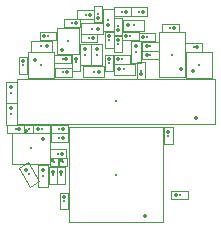
<source format=gbr>
%TF.GenerationSoftware,KiCad,Pcbnew,(6.0.0)*%
%TF.CreationDate,2022-12-05T09:42:48-05:00*%
%TF.ProjectId,headstage-16stim,68656164-7374-4616-9765-2d3136737469,A*%
%TF.SameCoordinates,Original*%
%TF.FileFunction,Component,L6,Bot*%
%TF.FilePolarity,Positive*%
%FSLAX46Y46*%
G04 Gerber Fmt 4.6, Leading zero omitted, Abs format (unit mm)*
G04 Created by KiCad (PCBNEW (6.0.0)) date 2022-12-05 09:42:48*
%MOMM*%
%LPD*%
G01*
G04 APERTURE LIST*
%TA.AperFunction,ComponentMain*%
%ADD10C,0.300000*%
%TD*%
%TA.AperFunction,ComponentOutline,Courtyard*%
%ADD11C,0.100000*%
%TD*%
%TA.AperFunction,ComponentPin*%
%ADD12P,0.360000X4X0.000000*%
%TD*%
%TA.AperFunction,ComponentPin*%
%ADD13C,0.000000*%
%TD*%
G04 APERTURE END LIST*
D10*
%TO.C,"C24"*%
%TO.CFtp,"C_0201_0603Metric"*%
%TO.CVal,"0.1uF"*%
%TO.CLbN,"Capacitor_SMD"*%
%TO.CMnt,SMD*%
%TO.CRot,-90*%
X115610000Y-58930000D03*
D11*
X115959999Y-59629999D02*
X115260001Y-59629999D01*
X115260001Y-58230001D01*
X115959999Y-58230001D01*
X115959999Y-59629999D01*
D12*
%TO.P,"C24","1"*%
X115610000Y-58610000D03*
D13*
%TO.P,"C24","2"*%
X115610000Y-59250000D03*
%TD*%
D10*
%TO.C,"C27"*%
%TO.CFtp,"C_0201_0603Metric"*%
%TO.CVal,"0.1uF"*%
%TO.CLbN,"Capacitor_SMD"*%
%TO.CMnt,SMD*%
%TO.CRot,180*%
X118700000Y-65050000D03*
D11*
X119399999Y-65399999D02*
X118000001Y-65399999D01*
X118000001Y-64700001D01*
X119399999Y-64700001D01*
X119399999Y-65399999D01*
D12*
%TO.P,"C27","1"*%
X119020000Y-65050000D03*
D13*
%TO.P,"C27","2"*%
X118380000Y-65050000D03*
%TD*%
D10*
%TO.C,"R13"*%
%TO.CFtp,"R_0201_0603Metric"*%
%TO.CVal,"0"*%
%TO.CLbN,"Resistor_SMD"*%
%TO.CMnt,SMD*%
%TO.CRot,0*%
X128900000Y-69940000D03*
D11*
X129599999Y-70289999D02*
X128200001Y-70289999D01*
X128200001Y-69590001D01*
X129599999Y-69590001D01*
X129599999Y-70289999D01*
D12*
%TO.P,"R13","1"*%
X128580000Y-69940000D03*
D13*
%TO.P,"R13","2"*%
X129220000Y-69940000D03*
%TD*%
D10*
%TO.C,"R16"*%
%TO.CFtp,"R_0201_0603Metric"*%
%TO.CVal,"15k"*%
%TO.CLbN,"Resistor_SMD"*%
%TO.CMnt,SMD*%
%TO.CRot,0*%
X117740000Y-56450000D03*
D11*
X118439999Y-56799999D02*
X117040001Y-56799999D01*
X117040001Y-56100001D01*
X118439999Y-56100001D01*
X118439999Y-56799999D01*
D12*
%TO.P,"R16","1"*%
X117420000Y-56450000D03*
D13*
%TO.P,"R16","2"*%
X118060000Y-56450000D03*
%TD*%
D10*
%TO.C,"C65"*%
%TO.CFtp,"C_0201_0603Metric"*%
%TO.CVal,"1uF"*%
%TO.CLbN,"Capacitor_SMD"*%
%TO.CMnt,SMD*%
%TO.CRot,-90*%
X118870000Y-68260000D03*
D11*
X119219999Y-68959999D02*
X118520001Y-68959999D01*
X118520001Y-67560001D01*
X119219999Y-67560001D01*
X119219999Y-68959999D01*
D12*
%TO.P,"C65","1"*%
X118870000Y-67940000D03*
D13*
%TO.P,"C65","2"*%
X118870000Y-68580000D03*
%TD*%
D10*
%TO.C,"C43"*%
%TO.CFtp,"C_0201_0603Metric"*%
%TO.CVal,"0.1uF"*%
%TO.CLbN,"Capacitor_SMD"*%
%TO.CMnt,SMD*%
%TO.CRot,-90*%
X123643576Y-57123576D03*
D11*
X123993575Y-57823575D02*
X123293577Y-57823575D01*
X123293577Y-56423577D01*
X123993575Y-56423577D01*
X123993575Y-57823575D01*
D12*
%TO.P,"C43","1"*%
X123643576Y-56803576D03*
D13*
%TO.P,"C43","2"*%
X123643576Y-57443576D03*
%TD*%
D10*
%TO.C,"C28"*%
%TO.CFtp,"C_0201_0603Metric"*%
%TO.CVal,"10nF"*%
%TO.CLbN,"Capacitor_SMD"*%
%TO.CMnt,SMD*%
%TO.CRot,180*%
X118700000Y-64350000D03*
D11*
X119399999Y-64699999D02*
X118000001Y-64699999D01*
X118000001Y-64000001D01*
X119399999Y-64000001D01*
X119399999Y-64699999D01*
D12*
%TO.P,"C28","1"*%
X119020000Y-64350000D03*
D13*
%TO.P,"C28","2"*%
X118380000Y-64350000D03*
%TD*%
D10*
%TO.C,"C52"*%
%TO.CFtp,"C_0402_1005Metric"*%
%TO.CVal,"1uF"*%
%TO.CLbN,"Capacitor_SMD"*%
%TO.CMnt,SMD*%
%TO.CRot,90*%
X122838576Y-55083576D03*
D11*
X123298575Y-55993575D02*
X122378577Y-55993575D01*
X122378577Y-54173577D01*
X123298575Y-54173577D01*
X123298575Y-55993575D01*
D12*
%TO.P,"C52","1"*%
X122838576Y-55563576D03*
D13*
%TO.P,"C52","2"*%
X122838576Y-54603576D03*
%TD*%
D10*
%TO.C,"C54"*%
%TO.CFtp,"C_0402_1005Metric"*%
%TO.CVal,"2.2uF"*%
%TO.CLbN,"Capacitor_SMD"*%
%TO.CMnt,SMD*%
%TO.CRot,180*%
X121610000Y-59490000D03*
D11*
X122519999Y-59949999D02*
X120700001Y-59949999D01*
X120700001Y-59030001D01*
X122519999Y-59030001D01*
X122519999Y-59949999D01*
D12*
%TO.P,"C54","1"*%
X122090000Y-59490000D03*
D13*
%TO.P,"C54","2"*%
X121130000Y-59490000D03*
%TD*%
D10*
%TO.C,"U2"*%
%TO.CFtp,"TRIAD_BGA-9_3x3_1.7x1.7mm"*%
%TO.CVal,"TS4231"*%
%TO.CLbN,"jonnew"*%
%TO.CMnt,SMD*%
%TO.CRot,-90*%
X117113576Y-58950000D03*
D11*
X118213575Y-60049999D02*
X116013577Y-60049999D01*
X116013577Y-57850001D01*
X118213575Y-57850001D01*
X118213575Y-60049999D01*
D12*
%TO.P,"U2","A1","AVDD"*%
X116613576Y-58450000D03*
D13*
%TO.P,"U2","A2","IIN+"*%
X116613576Y-58950000D03*
%TO.P,"U2","A3","IIN-"*%
X116613576Y-59450000D03*
%TO.P,"U2","B1","RBIAS"*%
X117113576Y-58450000D03*
%TO.P,"U2","B2","AVSS"*%
X117113576Y-58950000D03*
%TO.P,"U2","B3","AVSS"*%
X117113576Y-59450000D03*
%TO.P,"U2","C1","D/CFGDATA"*%
X117613576Y-58450000D03*
%TO.P,"U2","C2","E/CFGCLK"*%
X117613576Y-58950000D03*
%TO.P,"U2","C3","DVDD"*%
X117613576Y-59450000D03*
%TD*%
D10*
%TO.C,"U11"*%
%TO.CFtp,"WINBOND_USON8-2x3x0.6"*%
%TO.CVal,"W25Q80EWUXIE"*%
%TO.CLbN,"jonnew"*%
%TO.CMnt,SMD*%
%TO.CRot,90*%
X128263576Y-58033576D03*
D11*
X129363575Y-59933575D02*
X127163577Y-59933575D01*
X127163577Y-56133577D01*
X129363575Y-56133577D01*
X129363575Y-59933575D01*
D12*
%TO.P,"U11","1","~{CS}"*%
X129013576Y-59283576D03*
D13*
%TO.P,"U11","2","DO/IO_{1}"*%
X128513576Y-59283576D03*
%TO.P,"U11","3","~{WP}/IO_{2}"*%
X128013576Y-59283576D03*
%TO.P,"U11","4","GND"*%
X127513576Y-59283576D03*
%TO.P,"U11","5","DI/IO_{0}"*%
X127513576Y-56783576D03*
%TO.P,"U11","6","CLK"*%
X128013576Y-56783576D03*
%TO.P,"U11","7","~{HOLD}/IO_{3}"*%
X128513576Y-56783576D03*
%TO.P,"U11","8","VCC"*%
X129013576Y-56783576D03*
%TO.P,"U11","9","GND"*%
X128263576Y-58033576D03*
%TD*%
D10*
%TO.C,"R2"*%
%TO.CFtp,"R_0201_0603Metric"*%
%TO.CVal,"1k"*%
%TO.CLbN,"Resistor_SMD"*%
%TO.CMnt,SMD*%
%TO.CRot,180*%
X124038576Y-54383576D03*
D11*
X124738575Y-54733575D02*
X123338577Y-54733575D01*
X123338577Y-54033577D01*
X124738575Y-54033577D01*
X124738575Y-54733575D01*
D12*
%TO.P,"R2","1"*%
X124358576Y-54383576D03*
D13*
%TO.P,"R2","2"*%
X123718576Y-54383576D03*
%TD*%
D10*
%TO.C,"C55"*%
%TO.CFtp,"C_0402_1005Metric"*%
%TO.CVal,"2.2uF"*%
%TO.CLbN,"Capacitor_SMD"*%
%TO.CMnt,SMD*%
%TO.CRot,0*%
X124993576Y-55533576D03*
D11*
X125903575Y-55993575D02*
X124083577Y-55993575D01*
X124083577Y-55073577D01*
X125903575Y-55073577D01*
X125903575Y-55993575D01*
D12*
%TO.P,"C55","1"*%
X124513576Y-55533576D03*
D13*
%TO.P,"C55","2"*%
X125473576Y-55533576D03*
%TD*%
D10*
%TO.C,"L10"*%
%TO.CFtp,"L_0201_0603Metric"*%
%TO.CVal,"BLM03PX121SN1D"*%
%TO.CLbN,"Inductor_SMD"*%
%TO.CMnt,SMD*%
%TO.CRot,-90*%
X120113576Y-58683576D03*
D11*
X120463575Y-59383575D02*
X119763577Y-59383575D01*
X119763577Y-57983577D01*
X120463575Y-57983577D01*
X120463575Y-59383575D01*
D12*
%TO.P,"L10","1","1"*%
X120113576Y-58363576D03*
D13*
%TO.P,"L10","2","2"*%
X120113576Y-59003576D03*
%TD*%
D10*
%TO.C,"L13"*%
%TO.CFtp,"L_0201_0603Metric"*%
%TO.CVal,"BLM03PX121SN1D"*%
%TO.CLbN,"Inductor_SMD"*%
%TO.CMnt,SMD*%
%TO.CRot,180*%
X119038576Y-59533576D03*
D11*
X119738575Y-59883575D02*
X118338577Y-59883575D01*
X118338577Y-59183577D01*
X119738575Y-59183577D01*
X119738575Y-59883575D01*
D12*
%TO.P,"L13","1","1"*%
X119358576Y-59533576D03*
D13*
%TO.P,"L13","2","2"*%
X118718576Y-59533576D03*
%TD*%
D10*
%TO.C,"R22"*%
%TO.CFtp,"R_0201_0603Metric"*%
%TO.CVal,"4.7k"*%
%TO.CLbN,"Resistor_SMD"*%
%TO.CMnt,SMD*%
%TO.CRot,0*%
X126413576Y-58033576D03*
D11*
X127113575Y-58383575D02*
X125713577Y-58383575D01*
X125713577Y-57683577D01*
X127113575Y-57683577D01*
X127113575Y-58383575D01*
D12*
%TO.P,"R22","1"*%
X126093576Y-58033576D03*
D13*
%TO.P,"R22","2"*%
X126733576Y-58033576D03*
%TD*%
D10*
%TO.C,"C45"*%
%TO.CFtp,"C_0201_0603Metric"*%
%TO.CVal,"0.1uF"*%
%TO.CLbN,"Capacitor_SMD"*%
%TO.CMnt,SMD*%
%TO.CRot,0*%
X124013576Y-58433576D03*
D11*
X124713575Y-58783575D02*
X123313577Y-58783575D01*
X123313577Y-58083577D01*
X124713575Y-58083577D01*
X124713575Y-58783575D01*
D12*
%TO.P,"C45","1"*%
X123693576Y-58433576D03*
D13*
%TO.P,"C45","2"*%
X124333576Y-58433576D03*
%TD*%
D10*
%TO.C,"L16"*%
%TO.CFtp,"L_0201_0603Metric"*%
%TO.CVal,"BLM03PX121SN1D"*%
%TO.CLbN,"Inductor_SMD"*%
%TO.CMnt,SMD*%
%TO.CRot,180*%
X119763576Y-55383576D03*
D11*
X120463575Y-55733575D02*
X119063577Y-55733575D01*
X119063577Y-55033577D01*
X120463575Y-55033577D01*
X120463575Y-55733575D01*
D12*
%TO.P,"L16","1","1"*%
X120083576Y-55383576D03*
D13*
%TO.P,"L16","2","2"*%
X119443576Y-55383576D03*
%TD*%
D10*
%TO.C,"C66"*%
%TO.CFtp,"C_0201_0603Metric"*%
%TO.CVal,"2.2uF"*%
%TO.CLbN,"Capacitor_SMD"*%
%TO.CMnt,SMD*%
%TO.CRot,180*%
X118600000Y-66410000D03*
D11*
X119299999Y-66759999D02*
X117900001Y-66759999D01*
X117900001Y-66060001D01*
X119299999Y-66060001D01*
X119299999Y-66759999D01*
D12*
%TO.P,"C66","1"*%
X118920000Y-66410000D03*
D13*
%TO.P,"C66","2"*%
X118280000Y-66410000D03*
%TD*%
D10*
%TO.C,"C23"*%
%TO.CFtp,"C_0402_1005Metric"*%
%TO.CVal,"1uF"*%
%TO.CLbN,"Capacitor_SMD"*%
%TO.CMnt,SMD*%
%TO.CRot,180*%
X117180000Y-57320000D03*
D11*
X118089999Y-57779999D02*
X116270001Y-57779999D01*
X116270001Y-56860001D01*
X118089999Y-56860001D01*
X118089999Y-57779999D01*
D12*
%TO.P,"C23","1"*%
X117660000Y-57320000D03*
D13*
%TO.P,"C23","2"*%
X116700000Y-57320000D03*
%TD*%
D10*
%TO.C,"C57"*%
%TO.CFtp,"C_0402_1005Metric"*%
%TO.CVal,"2.2uF"*%
%TO.CLbN,"Capacitor_SMD"*%
%TO.CMnt,SMD*%
%TO.CRot,-90*%
X120913576Y-58040000D03*
D11*
X121373575Y-58949999D02*
X120453577Y-58949999D01*
X120453577Y-57130001D01*
X121373575Y-57130001D01*
X121373575Y-58949999D01*
D12*
%TO.P,"C57","1"*%
X120913576Y-57560000D03*
D13*
%TO.P,"C57","2"*%
X120913576Y-58520000D03*
%TD*%
D10*
%TO.C,"C49"*%
%TO.CFtp,"C_0201_0603Metric"*%
%TO.CVal,"0.1uF"*%
%TO.CLbN,"Capacitor_SMD"*%
%TO.CMnt,SMD*%
%TO.CRot,180*%
X121238576Y-56633576D03*
D11*
X121938575Y-56983575D02*
X120538577Y-56983575D01*
X120538577Y-56283577D01*
X121938575Y-56283577D01*
X121938575Y-56983575D01*
D12*
%TO.P,"C49","1"*%
X121558576Y-56633576D03*
D13*
%TO.P,"C49","2"*%
X120918576Y-56633576D03*
%TD*%
D10*
%TO.C,"C37"*%
%TO.CFtp,"C_0402_1005Metric"*%
%TO.CVal,"4.7uF"*%
%TO.CLbN,"Capacitor_SMD"*%
%TO.CMnt,SMD*%
%TO.CRot,-90*%
X117330000Y-68300000D03*
D11*
X117789999Y-69209999D02*
X116870001Y-69209999D01*
X116870001Y-67390001D01*
X117789999Y-67390001D01*
X117789999Y-69209999D01*
D12*
%TO.P,"C37","1"*%
X117330000Y-67820000D03*
D13*
%TO.P,"C37","2"*%
X117330000Y-68780000D03*
%TD*%
D10*
%TO.C,"C47"*%
%TO.CFtp,"C_0201_0603Metric"*%
%TO.CVal,"0.1uF"*%
%TO.CLbN,"Capacitor_SMD"*%
%TO.CMnt,SMD*%
%TO.CRot,0*%
X124713576Y-56433576D03*
D11*
X125413575Y-56783575D02*
X124013577Y-56783575D01*
X124013577Y-56083577D01*
X125413575Y-56083577D01*
X125413575Y-56783575D01*
D12*
%TO.P,"C47","1"*%
X124393576Y-56433576D03*
D13*
%TO.P,"C47","2"*%
X125033576Y-56433576D03*
%TD*%
D10*
%TO.C,"C51"*%
%TO.CFtp,"C_0402_1005Metric"*%
%TO.CVal,"1uF"*%
%TO.CLbN,"Capacitor_SMD"*%
%TO.CMnt,SMD*%
%TO.CRot,-90*%
X121863576Y-58030000D03*
D11*
X122323575Y-58939999D02*
X121403577Y-58939999D01*
X121403577Y-57120001D01*
X122323575Y-57120001D01*
X122323575Y-58939999D01*
D12*
%TO.P,"C51","1"*%
X121863576Y-57550000D03*
D13*
%TO.P,"C51","2"*%
X121863576Y-58510000D03*
%TD*%
D10*
%TO.C,"C56"*%
%TO.CFtp,"C_0402_1005Metric"*%
%TO.CVal,"2.2uF"*%
%TO.CLbN,"Capacitor_SMD"*%
%TO.CMnt,SMD*%
%TO.CRot,180*%
X121463576Y-55833576D03*
D11*
X122373575Y-56293575D02*
X120553577Y-56293575D01*
X120553577Y-55373577D01*
X122373575Y-55373577D01*
X122373575Y-56293575D01*
D12*
%TO.P,"C56","1"*%
X121943576Y-55833576D03*
D13*
%TO.P,"C56","2"*%
X120983576Y-55833576D03*
%TD*%
D10*
%TO.C,"C44"*%
%TO.CFtp,"C_0201_0603Metric"*%
%TO.CVal,"0.1uF"*%
%TO.CLbN,"Capacitor_SMD"*%
%TO.CMnt,SMD*%
%TO.CRot,90*%
X123663576Y-55633576D03*
D11*
X124013575Y-56333575D02*
X123313577Y-56333575D01*
X123313577Y-54933577D01*
X124013575Y-54933577D01*
X124013575Y-56333575D01*
D12*
%TO.P,"C44","1"*%
X123663576Y-55953576D03*
D13*
%TO.P,"C44","2"*%
X123663576Y-55313576D03*
%TD*%
D10*
%TO.C,"C48"*%
%TO.CFtp,"C_0201_0603Metric"*%
%TO.CVal,"0.1uF"*%
%TO.CLbN,"Capacitor_SMD"*%
%TO.CMnt,SMD*%
%TO.CRot,-90*%
X122943576Y-56783576D03*
D11*
X123293575Y-57483575D02*
X122593577Y-57483575D01*
X122593577Y-56083577D01*
X123293575Y-56083577D01*
X123293575Y-57483575D01*
D12*
%TO.P,"C48","1"*%
X122943576Y-56463576D03*
D13*
%TO.P,"C48","2"*%
X122943576Y-57103576D03*
%TD*%
D10*
%TO.C,"U10"*%
%TO.CFtp,"ONSEMI_567JZ_WLCSP4-0.64x0.64"*%
%TO.CVal,"NCP163AFCT120T2G"*%
%TO.CLbN,"jonnew"*%
%TO.CMnt,SMD*%
%TO.CRot,-90*%
X118262500Y-67152500D03*
D11*
X118612499Y-67502499D02*
X117912501Y-67502499D01*
X117912501Y-66802501D01*
X118612499Y-66802501D01*
X118612499Y-67502499D01*
D12*
%TO.P,"U10","A1","VIN"*%
X118087500Y-66977500D03*
D13*
%TO.P,"U10","B2","GND"*%
X118437500Y-67327500D03*
%TO.P,"U10","B1","EN"*%
X118437500Y-66977500D03*
%TO.P,"U10","A2","VOUT"*%
X118087500Y-67327500D03*
%TD*%
D10*
%TO.C,"U1"*%
%TO.CFtp,"INTAN_QFN44-7.0x7.0x0.8_P0.5"*%
%TO.CVal,"RHS2116"*%
%TO.CLbN,"jonnew"*%
%TO.CMnt,SMD*%
%TO.CRot,90*%
X123500000Y-68200000D03*
D11*
X127499999Y-72199999D02*
X119500001Y-72199999D01*
X119500001Y-64200001D01*
X127499999Y-64200001D01*
X127499999Y-72199999D01*
D12*
%TO.P,"U1","1","StimGND"*%
X126000000Y-71700000D03*
D13*
%TO.P,"U1","2","SenseGND"*%
X125500000Y-71700000D03*
%TO.P,"U1","3","ElecRef"*%
X125000000Y-71700000D03*
%TO.P,"U1","4","VSSStim"*%
X124500000Y-71700000D03*
%TO.P,"U1","5","VSSStim"*%
X124000000Y-71700000D03*
%TO.P,"U1","6","VDDStim"*%
X123500000Y-71700000D03*
%TO.P,"U1","7","VDDStim"*%
X123000000Y-71700000D03*
%TO.P,"U1","8","GND"*%
X122500000Y-71700000D03*
%TO.P,"U1","9","StimEn"*%
X122000000Y-71700000D03*
%TO.P,"U1","10","AuxOut1"*%
X121500000Y-71700000D03*
%TO.P,"U1","11","AuxOut2"*%
X121000000Y-71700000D03*
%TO.P,"U1","12","AuxOutOD"*%
X120000000Y-70700000D03*
%TO.P,"U1","13","GND"*%
X120000000Y-70200000D03*
%TO.P,"U1","14","~{CS-}"*%
X120000000Y-69700000D03*
%TO.P,"U1","15","~{CS+}"*%
X120000000Y-69200000D03*
%TO.P,"U1","16","SCLK-"*%
X120000000Y-68700000D03*
%TO.P,"U1","17","SCLK+"*%
X120000000Y-68200000D03*
%TO.P,"U1","18","MOSI-"*%
X120000000Y-67700000D03*
%TO.P,"U1","19","MOSI+"*%
X120000000Y-67200000D03*
%TO.P,"U1","20","MISO-"*%
X120000000Y-66700000D03*
%TO.P,"U1","21","MISO+"*%
X120000000Y-66200000D03*
%TO.P,"U1","22","VDD"*%
X120000000Y-65700000D03*
%TO.P,"U1","23","ADCRef"*%
X121000000Y-64700000D03*
%TO.P,"U1","24","GND"*%
X121500000Y-64700000D03*
%TO.P,"U1","25","GND"*%
X122000000Y-64700000D03*
%TO.P,"U1","26","LVDSEn"*%
X122500000Y-64700000D03*
%TO.P,"U1","27","VDD"*%
X123000000Y-64700000D03*
%TO.P,"U1","28","VDD"*%
X123500000Y-64700000D03*
%TO.P,"U1","29","Elec15"*%
X124000000Y-64700000D03*
%TO.P,"U1","30","Elec14"*%
X124500000Y-64700000D03*
%TO.P,"U1","31","Elec13"*%
X125000000Y-64700000D03*
%TO.P,"U1","32","Elec12"*%
X125500000Y-64700000D03*
%TO.P,"U1","33","Elec11"*%
X126000000Y-64700000D03*
%TO.P,"U1","34","Elec10"*%
X127000000Y-65700000D03*
%TO.P,"U1","35","Elec9"*%
X127000000Y-66200000D03*
%TO.P,"U1","36","Elec8"*%
X127000000Y-66700000D03*
%TO.P,"U1","37","Elec7"*%
X127000000Y-67200000D03*
%TO.P,"U1","38","Elec6"*%
X127000000Y-67700000D03*
%TO.P,"U1","39","Elec5"*%
X127000000Y-68200000D03*
%TO.P,"U1","40","Elec4"*%
X127000000Y-68700000D03*
%TO.P,"U1","41","Elec3"*%
X127000000Y-69200000D03*
%TO.P,"U1","42","Elec2"*%
X127000000Y-69700000D03*
%TO.P,"U1","43","Elec1"*%
X127000000Y-70200000D03*
%TO.P,"U1","44","Elec0"*%
X127000000Y-70700000D03*
%TO.P,"U1","45","VSSStim"*%
X125300000Y-68200000D03*
X123500000Y-68200000D03*
X121700000Y-66400000D03*
X123500000Y-70000000D03*
X125300000Y-66400000D03*
X123500000Y-66400000D03*
X121700000Y-68200000D03*
X121700000Y-70000000D03*
X125300000Y-70000000D03*
%TD*%
D10*
%TO.C,"R1"*%
%TO.CFtp,"R_0201_0603Metric"*%
%TO.CVal,"1k"*%
%TO.CLbN,"Resistor_SMD"*%
%TO.CMnt,SMD*%
%TO.CRot,180*%
X125450000Y-54383576D03*
D11*
X126149999Y-54733575D02*
X124750001Y-54733575D01*
X124750001Y-54033577D01*
X126149999Y-54033577D01*
X126149999Y-54733575D01*
D12*
%TO.P,"R1","1"*%
X125770000Y-54383576D03*
D13*
%TO.P,"R1","2"*%
X125130000Y-54383576D03*
%TD*%
D10*
%TO.C,"U5"*%
%TO.CFtp,"ONSEMI_567JZ_WLCSP4-0.64x0.64"*%
%TO.CVal,"NCP163AFCT180T2G"*%
%TO.CLbN,"jonnew"*%
%TO.CMnt,SMD*%
%TO.CRot,-90*%
X119010000Y-67150000D03*
D11*
X119359999Y-67499999D02*
X118660001Y-67499999D01*
X118660001Y-66800001D01*
X119359999Y-66800001D01*
X119359999Y-67499999D01*
D12*
%TO.P,"U5","A1","VIN"*%
X118835000Y-66975000D03*
D13*
%TO.P,"U5","A2","VOUT"*%
X118835000Y-67325000D03*
%TO.P,"U5","B1","EN"*%
X119185000Y-66975000D03*
%TO.P,"U5","B2","GND"*%
X119185000Y-67325000D03*
%TD*%
D10*
%TO.C,"L12"*%
%TO.CFtp,"L_0201_0603Metric"*%
%TO.CVal,"BLM03PX121SN1D"*%
%TO.CLbN,"Inductor_SMD"*%
%TO.CMnt,SMD*%
%TO.CRot,90*%
X125613576Y-59383576D03*
D11*
X125963575Y-60083575D02*
X125263577Y-60083575D01*
X125263577Y-58683577D01*
X125963575Y-58683577D01*
X125963575Y-60083575D01*
D12*
%TO.P,"L12","1","1"*%
X125613576Y-59703576D03*
D13*
%TO.P,"L12","2","2"*%
X125613576Y-59063576D03*
%TD*%
D10*
%TO.C,"C22"*%
%TO.CFtp,"C_0201_0603Metric"*%
%TO.CVal,"0.1uF"*%
%TO.CLbN,"Capacitor_SMD"*%
%TO.CMnt,SMD*%
%TO.CRot,-90*%
X127940000Y-64900000D03*
D11*
X128289999Y-65599999D02*
X127590001Y-65599999D01*
X127590001Y-64200001D01*
X128289999Y-64200001D01*
X128289999Y-65599999D01*
D12*
%TO.P,"C22","1"*%
X127940000Y-64580000D03*
D13*
%TO.P,"C22","2"*%
X127940000Y-65220000D03*
%TD*%
D10*
%TO.C,"C69"*%
%TO.CFtp,"C_0201_0603Metric"*%
%TO.CVal,"1uF"*%
%TO.CLbN,"Capacitor_SMD"*%
%TO.CMnt,SMD*%
%TO.CRot,-90*%
X118170000Y-68260000D03*
D11*
X118519999Y-68959999D02*
X117820001Y-68959999D01*
X117820001Y-67560001D01*
X118519999Y-67560001D01*
X118519999Y-68959999D01*
D12*
%TO.P,"C69","1"*%
X118170000Y-67940000D03*
D13*
%TO.P,"C69","2"*%
X118170000Y-68580000D03*
%TD*%
D10*
%TO.C,"C67"*%
%TO.CFtp,"C_0201_0603Metric"*%
%TO.CVal,"1uF"*%
%TO.CLbN,"Capacitor_SMD"*%
%TO.CMnt,SMD*%
%TO.CRot,0*%
X117200000Y-64300000D03*
D11*
X117899999Y-64649999D02*
X116500001Y-64649999D01*
X116500001Y-63950001D01*
X117899999Y-63950001D01*
X117899999Y-64649999D01*
D12*
%TO.P,"C67","1"*%
X116880000Y-64300000D03*
D13*
%TO.P,"C67","2"*%
X117520000Y-64300000D03*
%TD*%
D10*
%TO.C,"C42"*%
%TO.CFtp,"C_0201_0603Metric"*%
%TO.CVal,"0.1uF"*%
%TO.CLbN,"Capacitor_SMD"*%
%TO.CMnt,SMD*%
%TO.CRot,180*%
X128100000Y-55760000D03*
D11*
X128799999Y-56109999D02*
X127400001Y-56109999D01*
X127400001Y-55410001D01*
X128799999Y-55410001D01*
X128799999Y-56109999D01*
D12*
%TO.P,"C42","1"*%
X128420000Y-55760000D03*
D13*
%TO.P,"C42","2"*%
X127780000Y-55760000D03*
%TD*%
D10*
%TO.C,"C32"*%
%TO.CFtp,"C_0402_1005Metric"*%
%TO.CVal,"10uF"*%
%TO.CLbN,"Capacitor_SMD"*%
%TO.CMnt,SMD*%
%TO.CRot,-90*%
X114640000Y-61240000D03*
D11*
X115099999Y-62149999D02*
X114180001Y-62149999D01*
X114180001Y-60330001D01*
X115099999Y-60330001D01*
X115099999Y-62149999D01*
D12*
%TO.P,"C32","1"*%
X114640000Y-60760000D03*
D13*
%TO.P,"C32","2"*%
X114640000Y-61720000D03*
%TD*%
D10*
%TO.C,"C58"*%
%TO.CFtp,"C_0201_0603Metric"*%
%TO.CVal,"10nF"*%
%TO.CLbN,"Capacitor_SMD"*%
%TO.CMnt,SMD*%
%TO.CRot,180*%
X118988576Y-58383576D03*
D11*
X119688575Y-58733575D02*
X118288577Y-58733575D01*
X118288577Y-58033577D01*
X119688575Y-58033577D01*
X119688575Y-58733575D01*
D12*
%TO.P,"C58","1"*%
X119308576Y-58383576D03*
D13*
%TO.P,"C58","2"*%
X118668576Y-58383576D03*
%TD*%
D10*
%TO.C,"L11"*%
%TO.CFtp,"L_0201_0603Metric"*%
%TO.CVal,"BLM03PX121SN1D"*%
%TO.CLbN,"Inductor_SMD"*%
%TO.CMnt,SMD*%
%TO.CRot,90*%
X121988576Y-54608576D03*
D11*
X122338575Y-55308575D02*
X121638577Y-55308575D01*
X121638577Y-53908577D01*
X122338575Y-53908577D01*
X122338575Y-55308575D01*
D12*
%TO.P,"L11","1","1"*%
X121988576Y-54928576D03*
D13*
%TO.P,"L11","2","2"*%
X121988576Y-54288576D03*
%TD*%
D10*
%TO.C,"R23"*%
%TO.CFtp,"R_0201_0603Metric"*%
%TO.CVal,"125k\u002C1\u0025"*%
%TO.CLbN,"Resistor_SMD"*%
%TO.CMnt,SMD*%
%TO.CRot,-90*%
X119100000Y-70430000D03*
D11*
X119449999Y-71129999D02*
X118750001Y-71129999D01*
X118750001Y-69730001D01*
X119449999Y-69730001D01*
X119449999Y-71129999D01*
D12*
%TO.P,"R23","1"*%
X119100000Y-70110000D03*
D13*
%TO.P,"R23","2"*%
X119100000Y-70750000D03*
%TD*%
D10*
%TO.C,"U13"*%
%TO.CFtp,"TI_SIP0008B"*%
%TO.CVal,"TPS826951"*%
%TO.CLbN,"jonnew"*%
%TO.CMnt,SMD*%
%TO.CRot,180*%
X116300000Y-65950000D03*
D11*
X117899999Y-67249999D02*
X114700001Y-67249999D01*
X114700001Y-64650001D01*
X117899999Y-64650001D01*
X117899999Y-67249999D01*
D12*
%TO.P,"U13","A1","VOUT"*%
X117299998Y-65149999D03*
D13*
%TO.P,"U13","A2","VIN"*%
X116300000Y-65150000D03*
%TO.P,"U13","A3","VIN"*%
X115300000Y-65150000D03*
%TO.P,"U13","B1","MODE"*%
X117300000Y-65950000D03*
%TO.P,"U13","B2","EN"*%
X116300000Y-65950000D03*
%TO.P,"U13","C1","GND"*%
X117300000Y-66750000D03*
%TO.P,"U13","C2","GND"*%
X116300000Y-66750000D03*
%TO.P,"U13","C3","GND"*%
X115300000Y-66750000D03*
%TD*%
D10*
%TO.C,"C30"*%
%TO.CFtp,"C_0402_1005Metric"*%
%TO.CVal,"0.47uF"*%
%TO.CLbN,"Capacitor_SMD"*%
%TO.CMnt,SMD*%
%TO.CRot,-60*%
X116140000Y-68180000D03*
D11*
X116993371Y-68738082D02*
X116196628Y-69198082D01*
X115286630Y-67621917D01*
X116083372Y-67161918D01*
X116993371Y-68738082D01*
D12*
%TO.P,"C30","1"*%
X115900000Y-67764308D03*
D13*
%TO.P,"C30","2"*%
X116380000Y-68595692D03*
%TD*%
D10*
%TO.C,"L15"*%
%TO.CFtp,"L_0201_0603Metric"*%
%TO.CVal,"BLM03PX121SN1D"*%
%TO.CLbN,"Inductor_SMD"*%
%TO.CMnt,SMD*%
%TO.CRot,180*%
X120943576Y-54643576D03*
D11*
X121643575Y-54993575D02*
X120243577Y-54993575D01*
X120243577Y-54293577D01*
X121643575Y-54293577D01*
X121643575Y-54993575D01*
D12*
%TO.P,"L15","1","1"*%
X121263576Y-54643576D03*
D13*
%TO.P,"L15","2","2"*%
X120623576Y-54643576D03*
%TD*%
D10*
%TO.C,"U6"*%
%TO.CFtp,"TRIAD_BGA-9_3x3_1.7x1.7mm"*%
%TO.CVal,"TS4231"*%
%TO.CLbN,"jonnew"*%
%TO.CMnt,SMD*%
%TO.CRot,0*%
X130510000Y-58883576D03*
D11*
X131609999Y-59983575D02*
X129410001Y-59983575D01*
X129410001Y-57783577D01*
X131609999Y-57783577D01*
X131609999Y-59983575D01*
D12*
%TO.P,"U6","A1","AVDD"*%
X130010000Y-59383576D03*
D13*
%TO.P,"U6","A2","IIN+"*%
X130510000Y-59383576D03*
%TO.P,"U6","A3","IIN-"*%
X131010000Y-59383576D03*
%TO.P,"U6","B1","RBIAS"*%
X130010000Y-58883576D03*
%TO.P,"U6","B2","AVSS"*%
X130510000Y-58883576D03*
%TO.P,"U6","B3","AVSS"*%
X131010000Y-58883576D03*
%TO.P,"U6","C1","D/CFGDATA"*%
X130010000Y-58383576D03*
%TO.P,"U6","C2","E/CFGCLK"*%
X130510000Y-58383576D03*
%TO.P,"U6","C3","DVDD"*%
X131010000Y-58383576D03*
%TD*%
D10*
%TO.C,"C53"*%
%TO.CFtp,"C_0402_1005Metric"*%
%TO.CVal,"2.2uF"*%
%TO.CLbN,"Capacitor_SMD"*%
%TO.CMnt,SMD*%
%TO.CRot,0*%
X124213576Y-59283576D03*
D11*
X125123575Y-59743575D02*
X123303577Y-59743575D01*
X123303577Y-58823577D01*
X125123575Y-58823577D01*
X125123575Y-59743575D01*
D12*
%TO.P,"C53","1"*%
X123733576Y-59283576D03*
D13*
%TO.P,"C53","2"*%
X124693576Y-59283576D03*
%TD*%
D10*
%TO.C,"R26"*%
%TO.CFtp,"R_0201_0603Metric"*%
%TO.CVal,"4.7k"*%
%TO.CLbN,"Resistor_SMD"*%
%TO.CMnt,SMD*%
%TO.CRot,180*%
X130080000Y-57420000D03*
D11*
X130779999Y-57769999D02*
X129380001Y-57769999D01*
X129380001Y-57070001D01*
X130779999Y-57070001D01*
X130779999Y-57769999D01*
D12*
%TO.P,"R26","1"*%
X130400000Y-57420000D03*
D13*
%TO.P,"R26","2"*%
X129760000Y-57420000D03*
%TD*%
D10*
%TO.C,"C50"*%
%TO.CFtp,"C_0402_1005Metric"*%
%TO.CVal,"10uF"*%
%TO.CLbN,"Capacitor_SMD"*%
%TO.CMnt,SMD*%
%TO.CRot,-90*%
X125203576Y-57793576D03*
D11*
X125663575Y-58703575D02*
X124743577Y-58703575D01*
X124743577Y-56883577D01*
X125663575Y-56883577D01*
X125663575Y-58703575D01*
D12*
%TO.P,"C50","1"*%
X125203576Y-57313576D03*
D13*
%TO.P,"C50","2"*%
X125203576Y-58273576D03*
%TD*%
D10*
%TO.C,"J2"*%
%TO.CFtp,"HIROSE_DF40C70DP04V51"*%
%TO.CVal,"DF40C-70DP-0.4V(51)"*%
%TO.CLbN,"jonnew"*%
%TO.CMnt,SMD*%
%TO.CRot,180*%
X123500000Y-62000000D03*
D11*
X131899999Y-63899999D02*
X115100001Y-63899999D01*
X115100001Y-60100001D01*
X131899999Y-60100001D01*
X131899999Y-63899999D01*
D12*
%TO.P,"J2","1","Pin_1"*%
X130300000Y-63355000D03*
D13*
%TO.P,"J2","2","Pin_2"*%
X130300000Y-60645000D03*
%TO.P,"J2","3","Pin_3"*%
X129900000Y-63355000D03*
%TO.P,"J2","4","Pin_4"*%
X129900000Y-60645000D03*
%TO.P,"J2","5","Pin_5"*%
X129500000Y-63355000D03*
%TO.P,"J2","6","Pin_6"*%
X129500000Y-60645000D03*
%TO.P,"J2","7","Pin_7"*%
X129100000Y-63355000D03*
%TO.P,"J2","8","Pin_8"*%
X129100000Y-60645000D03*
%TO.P,"J2","9","Pin_9"*%
X128700000Y-63355000D03*
%TO.P,"J2","10","Pin_10"*%
X128700000Y-60645000D03*
%TO.P,"J2","11","Pin_11"*%
X128300000Y-63355000D03*
%TO.P,"J2","12","Pin_12"*%
X128300000Y-60645000D03*
%TO.P,"J2","13","Pin_13"*%
X127900000Y-63355000D03*
%TO.P,"J2","14","Pin_14"*%
X127900000Y-60645000D03*
%TO.P,"J2","15","Pin_15"*%
X127500000Y-63355000D03*
%TO.P,"J2","16","Pin_16"*%
X127500000Y-60645000D03*
%TO.P,"J2","17","Pin_17"*%
X127100000Y-63355000D03*
%TO.P,"J2","18","Pin_18"*%
X127100000Y-60645000D03*
%TO.P,"J2","19","Pin_19"*%
X126700000Y-63355000D03*
%TO.P,"J2","20","Pin_20"*%
X126700000Y-60645000D03*
%TO.P,"J2","21","Pin_21"*%
X126300000Y-63355000D03*
%TO.P,"J2","22","Pin_22"*%
X126300000Y-60645000D03*
%TO.P,"J2","23","Pin_23"*%
X125900000Y-63355000D03*
%TO.P,"J2","24","Pin_24"*%
X125900000Y-60645000D03*
%TO.P,"J2","25","Pin_25"*%
X125500000Y-63355000D03*
%TO.P,"J2","26","Pin_26"*%
X125500000Y-60645000D03*
%TO.P,"J2","27","Pin_27"*%
X125100000Y-63355000D03*
%TO.P,"J2","28","Pin_28"*%
X125100000Y-60645000D03*
%TO.P,"J2","29","Pin_29"*%
X124700000Y-63355000D03*
%TO.P,"J2","30","Pin_30"*%
X124700000Y-60645000D03*
%TO.P,"J2","31","Pin_31"*%
X124300000Y-63355000D03*
%TO.P,"J2","32","Pin_32"*%
X124300000Y-60645000D03*
%TO.P,"J2","33","Pin_33"*%
X123900000Y-63355000D03*
%TO.P,"J2","34","Pin_34"*%
X123900000Y-60645000D03*
%TO.P,"J2","35","Pin_35"*%
X123500000Y-63355000D03*
%TO.P,"J2","36","Pin_36"*%
X123500000Y-60645000D03*
%TO.P,"J2","37","Pin_37"*%
X123100000Y-63355000D03*
%TO.P,"J2","38","Pin_38"*%
X123100000Y-60645000D03*
%TO.P,"J2","39","Pin_39"*%
X122700000Y-63355000D03*
%TO.P,"J2","40","Pin_40"*%
X122700000Y-60645000D03*
%TO.P,"J2","41","Pin_41"*%
X122300000Y-63355000D03*
%TO.P,"J2","42","Pin_42"*%
X122300000Y-60645000D03*
%TO.P,"J2","43","Pin_43"*%
X121900000Y-63355000D03*
%TO.P,"J2","44","Pin_44"*%
X121900000Y-60645000D03*
%TO.P,"J2","45","Pin_45"*%
X121500000Y-63355000D03*
%TO.P,"J2","46","Pin_46"*%
X121500000Y-60645000D03*
%TO.P,"J2","47","Pin_47"*%
X121100000Y-63355000D03*
%TO.P,"J2","48","Pin_48"*%
X121100000Y-60645000D03*
%TO.P,"J2","49","Pin_49"*%
X120700000Y-63355000D03*
%TO.P,"J2","50","Pin_50"*%
X120700000Y-60645000D03*
%TO.P,"J2","51","Pin_51"*%
X120300000Y-63355000D03*
%TO.P,"J2","52","Pin_52"*%
X120300000Y-60645000D03*
%TO.P,"J2","53","Pin_53"*%
X119900000Y-63355000D03*
%TO.P,"J2","54","Pin_54"*%
X119900000Y-60645000D03*
%TO.P,"J2","55","Pin_55"*%
X119500000Y-63355000D03*
%TO.P,"J2","56","Pin_56"*%
X119500000Y-60645000D03*
%TO.P,"J2","57","Pin_57"*%
X119100000Y-63355000D03*
%TO.P,"J2","58","Pin_58"*%
X119100000Y-60645000D03*
%TO.P,"J2","59","Pin_59"*%
X118700000Y-63355000D03*
%TO.P,"J2","60","Pin_60"*%
X118700000Y-60645000D03*
%TO.P,"J2","61","Pin_61"*%
X118300000Y-63355000D03*
%TO.P,"J2","62","Pin_62"*%
X118300000Y-60645000D03*
%TO.P,"J2","63","Pin_63"*%
X117900000Y-63355000D03*
%TO.P,"J2","64","Pin_64"*%
X117900000Y-60645000D03*
%TO.P,"J2","65","Pin_65"*%
X117500000Y-63355000D03*
%TO.P,"J2","66","Pin_66"*%
X117500000Y-60645000D03*
%TO.P,"J2","67","Pin_67"*%
X117100000Y-63355000D03*
%TO.P,"J2","68","Pin_68"*%
X117100000Y-60645000D03*
%TO.P,"J2","69","Pin_69"*%
X116700000Y-63355000D03*
%TO.P,"J2","70","Pin_70"*%
X116700000Y-60645000D03*
%TO.P,"J2","MP1","MountPin1"*%
X130775000Y-63355000D03*
%TO.P,"J2","MP2","MountPin2"*%
X130775000Y-60645000D03*
%TO.P,"J2","MP3","MountPin3"*%
X116225000Y-63355000D03*
%TO.P,"J2","MP4","MountPin4"*%
X116225000Y-60645000D03*
%TD*%
D10*
%TO.C,"U12"*%
%TO.CFtp,"MICROCHIP_VFLGA4-2.0x1.6"*%
%TO.CVal,"DSC6011JI1A-050.0000"*%
%TO.CLbN,"jonnew"*%
%TO.CMnt,SMD*%
%TO.CRot,0*%
X119438576Y-56883576D03*
D11*
X120338575Y-57983575D02*
X118538577Y-57983575D01*
X118538577Y-55783577D01*
X120338575Y-55783577D01*
X120338575Y-57983575D01*
D12*
%TO.P,"U12","1","EN"*%
X118963576Y-57608576D03*
D13*
%TO.P,"U12","2","GND"*%
X118963576Y-56108576D03*
%TO.P,"U12","3","OUT"*%
X119913576Y-56108576D03*
%TO.P,"U12","4","VCC"*%
X119913576Y-57658576D03*
%TD*%
D10*
%TO.C,"C68"*%
%TO.CFtp,"C_0201_0603Metric"*%
%TO.CVal,"1uF"*%
%TO.CLbN,"Capacitor_SMD"*%
%TO.CMnt,SMD*%
%TO.CRot,180*%
X115000000Y-64300000D03*
D11*
X115699999Y-64649999D02*
X114300001Y-64649999D01*
X114300001Y-63950001D01*
X115699999Y-63950001D01*
X115699999Y-64649999D01*
D12*
%TO.P,"C68","1"*%
X115320000Y-64300000D03*
D13*
%TO.P,"C68","2"*%
X114680000Y-64300000D03*
%TD*%
D10*
%TO.C,"L14"*%
%TO.CFtp,"L_0201_0603Metric"*%
%TO.CVal,"BLM03PX121SN1D"*%
%TO.CLbN,"Inductor_SMD"*%
%TO.CMnt,SMD*%
%TO.CRot,0*%
X126113576Y-56533576D03*
D11*
X126813575Y-56883575D02*
X125413577Y-56883575D01*
X125413577Y-56183577D01*
X126813575Y-56183577D01*
X126813575Y-56883575D01*
D12*
%TO.P,"L14","1","1"*%
X125793576Y-56533576D03*
D13*
%TO.P,"L14","2","2"*%
X126433576Y-56533576D03*
%TD*%
D10*
%TO.C,"C31"*%
%TO.CFtp,"C_0402_1005Metric"*%
%TO.CVal,"10uF"*%
%TO.CLbN,"Capacitor_SMD"*%
%TO.CMnt,SMD*%
%TO.CRot,-90*%
X114640000Y-63050000D03*
D11*
X115099999Y-63959999D02*
X114180001Y-63959999D01*
X114180001Y-62140001D01*
X115099999Y-62140001D01*
X115099999Y-63959999D01*
D12*
%TO.P,"C31","1"*%
X114640000Y-62570000D03*
D13*
%TO.P,"C31","2"*%
X114640000Y-63530000D03*
%TD*%
D10*
%TO.C,"U9"*%
%TO.CFtp,"ONSEMI_567JZ_WLCSP4-0.64x0.64"*%
%TO.CVal,"NCP163AFCT330T2G"*%
%TO.CLbN,"jonnew"*%
%TO.CMnt,SMD*%
%TO.CRot,0*%
X116100000Y-64300000D03*
D11*
X116449999Y-64649999D02*
X115750001Y-64649999D01*
X115750001Y-63950001D01*
X116449999Y-63950001D01*
X116449999Y-64649999D01*
D12*
%TO.P,"U9","A1","VIN"*%
X115925000Y-64475000D03*
D13*
%TO.P,"U9","B2","GND"*%
X116275000Y-64125000D03*
%TO.P,"U9","B1","EN"*%
X115925000Y-64125000D03*
%TO.P,"U9","A2","VOUT"*%
X116275000Y-64475000D03*
%TD*%
D10*
%TO.C,"R21"*%
%TO.CFtp,"R_0201_0603Metric"*%
%TO.CVal,"4.7k"*%
%TO.CLbN,"Resistor_SMD"*%
%TO.CMnt,SMD*%
%TO.CRot,0*%
X126413576Y-57333576D03*
D11*
X127113575Y-57683575D02*
X125713577Y-57683575D01*
X125713577Y-56983577D01*
X127113575Y-56983577D01*
X127113575Y-57683575D01*
D12*
%TO.P,"R21","1"*%
X126093576Y-57333576D03*
D13*
%TO.P,"R21","2"*%
X126733576Y-57333576D03*
%TD*%
D10*
%TO.C,"C46"*%
%TO.CFtp,"C_0201_0603Metric"*%
%TO.CVal,"0.1uF"*%
%TO.CLbN,"Capacitor_SMD"*%
%TO.CMnt,SMD*%
%TO.CRot,-90*%
X122913576Y-58723576D03*
D11*
X123263575Y-59423575D02*
X122563577Y-59423575D01*
X122563577Y-58023577D01*
X123263575Y-58023577D01*
X123263575Y-59423575D01*
D12*
%TO.P,"C46","1"*%
X122913576Y-58403576D03*
D13*
%TO.P,"C46","2"*%
X122913576Y-59043576D03*
%TD*%
M02*

</source>
